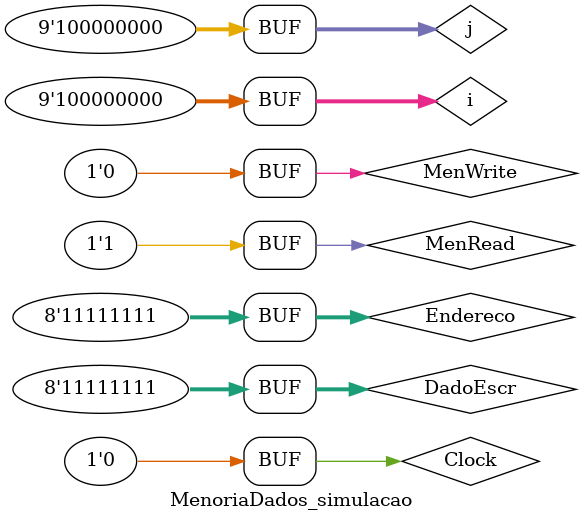
<source format=v>
module MenoriaDados (Endereco, DadoEscr, DadoLido, MenWrite, MenRead, Clock);

  input [7:0] Endereco, DadoEscr;
  input Clock, MenWrite, MenRead;
  output reg [7:0] DadoLido;

  reg [7:0] Dados [255:0];

  always @(posedge Clock) begin
    if(MenWrite)
      Dados[Endereco] <= DadoEscr;
  end

  always @(negedge Clock) begin
    if(MenRead)
      DadoLido <= Dados[Endereco];
  end

endmodule

module MenoriaDados_simulacao;

  reg [7:0] Endereco, DadoEscr;
  reg Clock, MenWrite, MenRead;
  wire [7:0] DadoLido;

  reg [8:0] i, j;

  initial begin
    Clock <= 0;
    MenWrite <= 1;
    MenRead <= 0;
  end

  initial begin
    $monitor("Time=%0d Endereco=%b DadoEscr=%b DadoLido=%b MenWrite=%b MenRead=%b Clock=%b",
    $time, Endereco, DadoEscr, DadoLido, MenWrite, MenRead, Clock);
  end

  always begin
    #1 Clock <= 1;
    #1 Clock <= 0;
  end

  always begin

    for(i = 0; i < 256; i = i + 1) begin
      #2 Endereco <= i;
         DadoEscr <= i;
         MenWrite <= 1;
         MenRead <= 0;
    end
    
    for(j = 0; j < 256; j = j + 1) begin
      #2 Endereco <= j;
         MenWrite <= 0;
         MenRead <= 1;
    end

  end

  MenoriaDados MenoriaDados1 (Endereco, DadoEscr, DadoLido, MenWrite, MenRead, Clock);

endmodule
</source>
